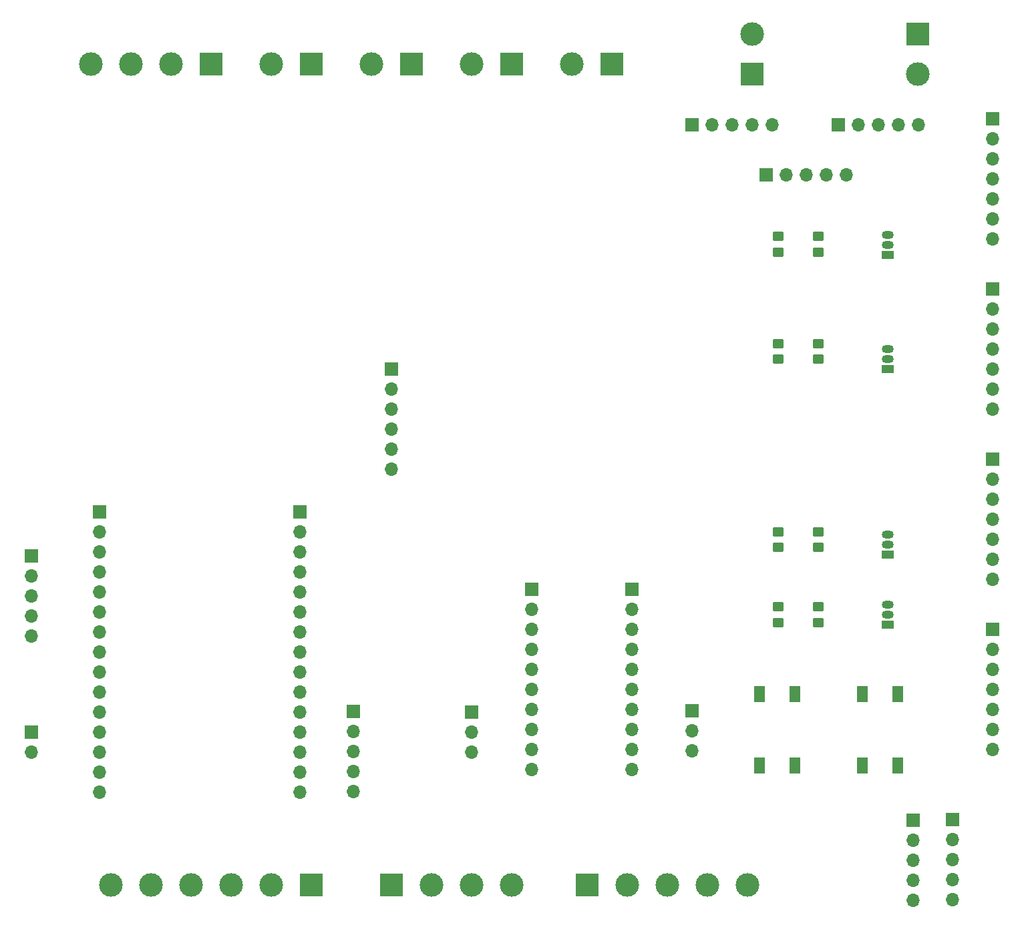
<source format=gts>
G04 #@! TF.GenerationSoftware,KiCad,Pcbnew,(6.0.7)*
G04 #@! TF.CreationDate,2023-03-12T11:36:06-04:00*
G04 #@! TF.ProjectId,FlyBoxBoard,466c7942-6f78-4426-9f61-72642e6b6963,rev?*
G04 #@! TF.SameCoordinates,Original*
G04 #@! TF.FileFunction,Soldermask,Top*
G04 #@! TF.FilePolarity,Negative*
%FSLAX46Y46*%
G04 Gerber Fmt 4.6, Leading zero omitted, Abs format (unit mm)*
G04 Created by KiCad (PCBNEW (6.0.7)) date 2023-03-12 11:36:06*
%MOMM*%
%LPD*%
G01*
G04 APERTURE LIST*
G04 Aperture macros list*
%AMRoundRect*
0 Rectangle with rounded corners*
0 $1 Rounding radius*
0 $2 $3 $4 $5 $6 $7 $8 $9 X,Y pos of 4 corners*
0 Add a 4 corners polygon primitive as box body*
4,1,4,$2,$3,$4,$5,$6,$7,$8,$9,$2,$3,0*
0 Add four circle primitives for the rounded corners*
1,1,$1+$1,$2,$3*
1,1,$1+$1,$4,$5*
1,1,$1+$1,$6,$7*
1,1,$1+$1,$8,$9*
0 Add four rect primitives between the rounded corners*
20,1,$1+$1,$2,$3,$4,$5,0*
20,1,$1+$1,$4,$5,$6,$7,0*
20,1,$1+$1,$6,$7,$8,$9,0*
20,1,$1+$1,$8,$9,$2,$3,0*%
G04 Aperture macros list end*
%ADD10R,1.500000X1.050000*%
%ADD11O,1.500000X1.050000*%
%ADD12R,3.000000X3.000000*%
%ADD13C,3.000000*%
%ADD14RoundRect,0.250000X-0.450000X0.350000X-0.450000X-0.350000X0.450000X-0.350000X0.450000X0.350000X0*%
%ADD15RoundRect,0.250000X0.450000X-0.350000X0.450000X0.350000X-0.450000X0.350000X-0.450000X-0.350000X0*%
%ADD16R,1.700000X1.700000*%
%ADD17O,1.700000X1.700000*%
%ADD18R,1.400000X2.100000*%
G04 APERTURE END LIST*
D10*
G04 #@! TO.C,J20*
X131445000Y-95885000D03*
D11*
X131445000Y-94615000D03*
X131445000Y-93345000D03*
G04 #@! TD*
D12*
G04 #@! TO.C,J11*
X83820000Y-24765000D03*
D13*
X78740000Y-24765000D03*
G04 #@! TD*
D14*
G04 #@! TO.C,J33*
X122682000Y-84090000D03*
X122682000Y-86090000D03*
G04 #@! TD*
G04 #@! TO.C,J29*
X122682000Y-46625000D03*
X122682000Y-48625000D03*
G04 #@! TD*
D15*
G04 #@! TO.C,J30*
X117602000Y-48625000D03*
X117602000Y-46625000D03*
G04 #@! TD*
D10*
G04 #@! TO.C,J36*
X131445000Y-63500000D03*
D11*
X131445000Y-62230000D03*
X131445000Y-60960000D03*
G04 #@! TD*
D16*
G04 #@! TO.C,J21*
X78740000Y-106988200D03*
D17*
X78740000Y-109528200D03*
X78740000Y-112068200D03*
G04 #@! TD*
D12*
G04 #@! TO.C,J6*
X93345000Y-128905000D03*
D13*
X98425000Y-128905000D03*
X103505000Y-128905000D03*
X108585000Y-128905000D03*
X113665000Y-128905000D03*
G04 #@! TD*
D14*
G04 #@! TO.C,J16*
X122682000Y-93615000D03*
X122682000Y-95615000D03*
G04 #@! TD*
D16*
G04 #@! TO.C,J27*
X99060000Y-91440000D03*
D17*
X99060000Y-93980000D03*
X99060000Y-96520000D03*
X99060000Y-99060000D03*
X99060000Y-101600000D03*
X99060000Y-104140000D03*
X99060000Y-106680000D03*
X99060000Y-109220000D03*
X99060000Y-111760000D03*
X99060000Y-114300000D03*
G04 #@! TD*
D16*
G04 #@! TO.C,J40*
X144780000Y-74930000D03*
D17*
X144780000Y-77470000D03*
X144780000Y-80010000D03*
X144780000Y-82550000D03*
X144780000Y-85090000D03*
X144780000Y-87630000D03*
X144780000Y-90170000D03*
G04 #@! TD*
D16*
G04 #@! TO.C,J5*
X56926800Y-81588200D03*
D17*
X56926800Y-84128200D03*
X56926800Y-86668200D03*
X56926800Y-89208200D03*
X56926800Y-91748200D03*
X56926800Y-94288200D03*
X56926800Y-96828200D03*
X56926800Y-99368200D03*
X56926800Y-101908200D03*
X56926800Y-104448200D03*
X56926800Y-106988200D03*
X56926800Y-109528200D03*
X56926800Y-112068200D03*
X56926800Y-114608200D03*
X56926800Y-117148200D03*
G04 #@! TD*
D10*
G04 #@! TO.C,J35*
X131445000Y-49022000D03*
D11*
X131445000Y-47752000D03*
X131445000Y-46482000D03*
G04 #@! TD*
D16*
G04 #@! TO.C,J25*
X63754000Y-106934000D03*
D17*
X63754000Y-109474000D03*
X63754000Y-112014000D03*
X63754000Y-114554000D03*
X63754000Y-117094000D03*
G04 #@! TD*
D16*
G04 #@! TO.C,J4*
X68580000Y-63500000D03*
D17*
X68580000Y-66040000D03*
X68580000Y-68580000D03*
X68580000Y-71120000D03*
X68580000Y-73660000D03*
X68580000Y-76200000D03*
G04 #@! TD*
D12*
G04 #@! TO.C,J15*
X58420000Y-128905000D03*
D13*
X53340000Y-128905000D03*
X48260000Y-128905000D03*
X43180000Y-128905000D03*
X38100000Y-128905000D03*
X33020000Y-128905000D03*
G04 #@! TD*
D16*
G04 #@! TO.C,J24*
X116078000Y-38862000D03*
D17*
X118618000Y-38862000D03*
X121158000Y-38862000D03*
X123698000Y-38862000D03*
X126238000Y-38862000D03*
G04 #@! TD*
D12*
G04 #@! TO.C,J10*
X71120000Y-24765000D03*
D13*
X66040000Y-24765000D03*
G04 #@! TD*
D16*
G04 #@! TO.C,J22*
X134645000Y-120680000D03*
D17*
X134645000Y-123220000D03*
X134645000Y-125760000D03*
X134645000Y-128300000D03*
X134645000Y-130840000D03*
G04 #@! TD*
D15*
G04 #@! TO.C,J32*
X117602000Y-62222000D03*
X117602000Y-60222000D03*
G04 #@! TD*
D12*
G04 #@! TO.C,J9*
X45720000Y-24765000D03*
D13*
X40640000Y-24765000D03*
X35560000Y-24765000D03*
X30480000Y-24765000D03*
G04 #@! TD*
D16*
G04 #@! TO.C,J7*
X125222000Y-32512000D03*
D17*
X127762000Y-32512000D03*
X130302000Y-32512000D03*
X132842000Y-32512000D03*
X135382000Y-32512000D03*
G04 #@! TD*
D14*
G04 #@! TO.C,J31*
X122682000Y-60222000D03*
X122682000Y-62222000D03*
G04 #@! TD*
D16*
G04 #@! TO.C,J28*
X106680000Y-106805800D03*
D17*
X106680000Y-109345800D03*
X106680000Y-111885800D03*
G04 #@! TD*
D16*
G04 #@! TO.C,J3*
X31526800Y-81588200D03*
D17*
X31526800Y-84128200D03*
X31526800Y-86668200D03*
X31526800Y-89208200D03*
X31526800Y-91748200D03*
X31526800Y-94288200D03*
X31526800Y-96828200D03*
X31526800Y-99368200D03*
X31526800Y-101908200D03*
X31526800Y-104448200D03*
X31526800Y-106988200D03*
X31526800Y-109528200D03*
X31526800Y-112068200D03*
X31526800Y-114608200D03*
X31526800Y-117148200D03*
G04 #@! TD*
D16*
G04 #@! TO.C,J19*
X22885000Y-109528200D03*
D17*
X22885000Y-112068200D03*
G04 #@! TD*
D16*
G04 #@! TO.C,J39*
X144780000Y-53340000D03*
D17*
X144780000Y-55880000D03*
X144780000Y-58420000D03*
X144780000Y-60960000D03*
X144780000Y-63500000D03*
X144780000Y-66040000D03*
X144780000Y-68580000D03*
G04 #@! TD*
D12*
G04 #@! TO.C,J13*
X58420000Y-24765000D03*
D13*
X53340000Y-24765000D03*
G04 #@! TD*
D12*
G04 #@! TO.C,J12*
X96520000Y-24765000D03*
D13*
X91440000Y-24765000D03*
G04 #@! TD*
D18*
G04 #@! TO.C,S2*
X128215000Y-113770000D03*
X128215000Y-104670000D03*
X132715000Y-113770000D03*
X132715000Y-104670000D03*
G04 #@! TD*
D12*
G04 #@! TO.C,J1*
X135255000Y-20955000D03*
D13*
X135255000Y-26035000D03*
G04 #@! TD*
D15*
G04 #@! TO.C,J17*
X117602000Y-95615000D03*
X117602000Y-93615000D03*
G04 #@! TD*
D16*
G04 #@! TO.C,J22*
X139700000Y-120650000D03*
D17*
X139700000Y-123190000D03*
X139700000Y-125730000D03*
X139700000Y-128270000D03*
X139700000Y-130810000D03*
G04 #@! TD*
D16*
G04 #@! TO.C,J26*
X144780000Y-96520000D03*
D17*
X144780000Y-99060000D03*
X144780000Y-101600000D03*
X144780000Y-104140000D03*
X144780000Y-106680000D03*
X144780000Y-109220000D03*
X144780000Y-111760000D03*
G04 #@! TD*
D16*
G04 #@! TO.C,J23*
X86360000Y-91440000D03*
D17*
X86360000Y-93980000D03*
X86360000Y-96520000D03*
X86360000Y-99060000D03*
X86360000Y-101600000D03*
X86360000Y-104140000D03*
X86360000Y-106680000D03*
X86360000Y-109220000D03*
X86360000Y-111760000D03*
X86360000Y-114300000D03*
G04 #@! TD*
D12*
G04 #@! TO.C,J14*
X68580000Y-128905000D03*
D13*
X73660000Y-128905000D03*
X78740000Y-128905000D03*
X83820000Y-128905000D03*
G04 #@! TD*
D10*
G04 #@! TO.C,J37*
X131445000Y-86995000D03*
D11*
X131445000Y-85725000D03*
X131445000Y-84455000D03*
G04 #@! TD*
D12*
G04 #@! TO.C,J2*
X114300000Y-26035000D03*
D13*
X114300000Y-20955000D03*
G04 #@! TD*
D16*
G04 #@! TO.C,J38*
X144780000Y-31750000D03*
D17*
X144780000Y-34290000D03*
X144780000Y-36830000D03*
X144780000Y-39370000D03*
X144780000Y-41910000D03*
X144780000Y-44450000D03*
X144780000Y-46990000D03*
G04 #@! TD*
D15*
G04 #@! TO.C,J34*
X117602000Y-86090000D03*
X117602000Y-84090000D03*
G04 #@! TD*
D16*
G04 #@! TO.C,J8*
X106680000Y-32512000D03*
D17*
X109220000Y-32512000D03*
X111760000Y-32512000D03*
X114300000Y-32512000D03*
X116840000Y-32512000D03*
G04 #@! TD*
D16*
G04 #@! TO.C,J18*
X22885000Y-87146200D03*
D17*
X22885000Y-89686200D03*
X22885000Y-92226200D03*
X22885000Y-94766200D03*
X22885000Y-97306200D03*
G04 #@! TD*
D18*
G04 #@! TO.C,S1*
X115225000Y-113770000D03*
X115225000Y-104670000D03*
X119725000Y-113770000D03*
X119725000Y-104670000D03*
G04 #@! TD*
M02*

</source>
